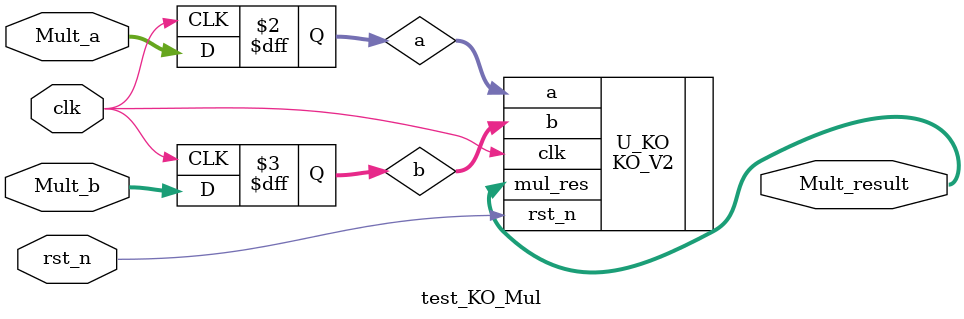
<source format=v>
`timescale 1ns / 1ps

`define width 256


module test_KO_Mul(
        input clk,
        input rst_n,
        input[`width-1:0] Mult_a,
        input[`width-1:0] Mult_b,
        output[`width*2-1:0] Mult_result
    );
    
reg[`width-1:0]  a;
reg[`width-1:0]  b;

//mult_gen_0 mult_128 (
//  .CLK(CLK),  // input wire CLK
//  .A(a),      // input wire [63 : 0] A
//  .B(b),      // input wire [63 : 0] B
//  .P(Mult_ip_result)      // output wire [127 : 0] P
//);

KO_V2   U_KO(
    .clk(clk),
    .rst_n(rst_n),
    .a(a),
    .b(b),
    .mul_res(Mult_result)
);

always@(posedge clk)begin
    a <= Mult_a;
    b <= Mult_b;
end


endmodule



</source>
